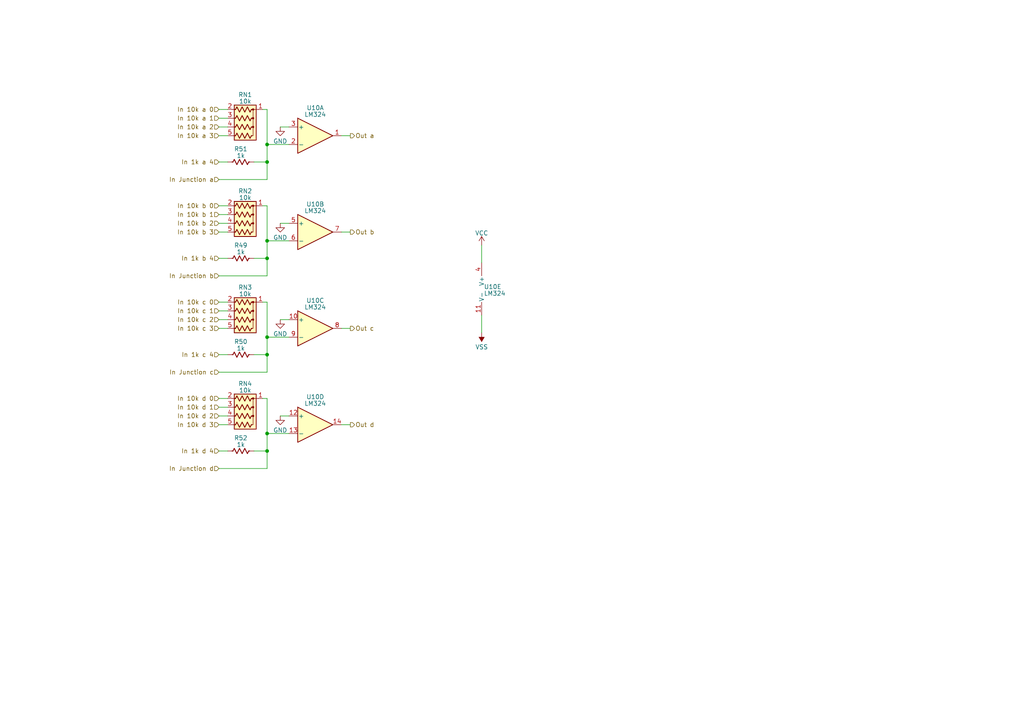
<source format=kicad_sch>
(kicad_sch (version 20230121) (generator eeschema)
  (paper "A4")
  (title_block (title "Inverting Summer with 4x10k + 1x1k + SJ") (date "2023-03-08") (company "Out-of-Band Development") (comment 1 "Matthew Whited"))
  (lib_symbols
    (symbol "Amplifier_Operational:LM324" (pin_names (offset 0.127))
      (property "Reference" "U" (at 0 5.08 0))
      (property "Value" "LM324" (at 0 -5.08 0))
      (symbol "LM324_1_1"
        (polyline (pts (xy -5.08 5.08) (xy 5.08 0) (xy -5.08 -5.08) (xy -5.08 5.08)) (stroke (width 0.254)) (fill (type background)))
        (pin output line (at 7.62 0 180) (length 2.54) (name "~") (number "1"))
        (pin input line (at -7.62 -2.54 0) (length 2.54) (name "-") (number "2"))
        (pin input line (at -7.62 2.54 0) (length 2.54) (name "+") (number "3"))
      )
      (symbol "LM324_2_1"
        (polyline (pts (xy -5.08 5.08) (xy 5.08 0) (xy -5.08 -5.08) (xy -5.08 5.08)) (stroke (width 0.254)) (fill (type background)))
        (pin input line (at -7.62 2.54 0) (length 2.54) (name "+") (number "5"))
        (pin input line (at -7.62 -2.54 0) (length 2.54) (name "-") (number "6"))
        (pin output line (at 7.62 0 180) (length 2.54) (name "~") (number "7"))
      )
      (symbol "LM324_3_1"
        (polyline (pts (xy -5.08 5.08) (xy 5.08 0) (xy -5.08 -5.08) (xy -5.08 5.08)) (stroke (width 0.254)) (fill (type background)))
        (pin input line (at -7.62 2.54 0) (length 2.54) (name "+") (number "10"))
        (pin output line (at 7.62 0 180) (length 2.54) (name "~") (number "8"))
        (pin input line (at -7.62 -2.54 0) (length 2.54) (name "-") (number "9"))
      )
      (symbol "LM324_4_1"
        (polyline (pts (xy -5.08 5.08) (xy 5.08 0) (xy -5.08 -5.08) (xy -5.08 5.08)) (stroke (width 0.254)) (fill (type background)))
        (pin input line (at -7.62 2.54 0) (length 2.54) (name "+") (number "12"))
        (pin input line (at -7.62 -2.54 0) (length 2.54) (name "-") (number "13"))
        (pin output line (at 7.62 0 180) (length 2.54) (name "~") (number "14"))
      )
      (symbol "LM324_5_1"
        (pin power_in line (at -2.54 -7.62 90) (length 3.81) (name "V-") (number "11"))
        (pin power_in line (at -2.54 7.62 270) (length 3.81) (name "V+") (number "4"))
      )
    )
    (symbol "PCM_Resistor_US_AKL:R_Box_L8.4mm_W2.5mm_P5.08mm" (pin_numbers hide) (pin_names (offset 0))
      (property "Reference" "R" (at 2.54 1.27 0))
      (property "Value" "R_Box_L8.4mm_W2.5mm_P5.08mm" (at 2.54 -1.27 0))
      (symbol "R_Box_L8.4mm_W2.5mm_P5.08mm_0_1"
        (polyline (pts (xy 0 -2.286) (xy 0 -2.54)) (stroke (width 0.254)))
        (polyline (pts (xy 0 2.286) (xy 0 2.54)) (stroke (width 0.254)))
        (polyline (pts (xy 0 2.286) (xy 0.762 1.905) (xy -0.762 1.143) (xy 0 0.762) (xy 0.762 0.381) (xy 0 0) (xy -0.762 -0.381) (xy 0 -0.762) (xy 0.762 -1.143) (xy 0 -1.524) (xy -0.762 -1.905) (xy 0 -2.286)) (stroke (width 0.254)))
      )
      (symbol "R_Box_L8.4mm_W2.5mm_P5.08mm_1_1"
        (pin passive line (at 0 3.81 270) (length 1.27) (name "~") (number "1"))
        (pin passive line (at 0 -3.81 90) (length 1.27) (name "~") (number "2"))
      )
    )
    (symbol "PCM_Resistor_US_AKL:R_Bussed_SIP-5" (pin_names (offset 0.002) hide)
      (property "Reference" "RN" (at 5.08 1.27 0))
      (property "Value" "R_Bussed_SIP-5" (at 5.08 -1.27 0))
      (symbol "R_Bussed_SIP-5_0_1"
        (rectangle (start -6.35 -3.175) (end 3.81 3.175) (stroke (width 0.254)) (fill (type background)))
        (circle (center -5.08 2.286) (radius 0.254) (fill (type outline)))
        (circle (center -2.54 2.286) (radius 0.254) (fill (type outline)))
        (polyline (pts (xy -5.08 -2.794) (xy -5.08 -3.81)))
        (polyline (pts (xy -5.08 -2.794) (xy -5.08 -3.048)) (stroke (width 0.254)))
        (polyline (pts (xy -5.08 1.778) (xy -5.08 2.032)) (stroke (width 0.254)))
        (polyline (pts (xy -5.08 3.81) (xy -5.08 2.54)))
        (polyline (pts (xy -2.54 -2.794) (xy -2.54 -3.81)))
        (polyline (pts (xy -2.54 -2.794) (xy -2.54 -3.048)) (stroke (width 0.254)))
        (polyline (pts (xy -2.54 1.778) (xy -2.54 2.032)) (stroke (width 0.254)))
        (polyline (pts (xy 0 -2.794) (xy 0 -3.81)))
        (polyline (pts (xy 0 -2.794) (xy 0 -3.048)) (stroke (width 0.254)))
        (polyline (pts (xy 0 1.778) (xy 0 2.032)) (stroke (width 0.254)))
        (polyline (pts (xy 2.54 -2.794) (xy 2.54 -3.81)))
        (polyline (pts (xy 2.54 -2.794) (xy 2.54 -3.048)) (stroke (width 0.254)))
        (polyline (pts (xy 2.54 1.778) (xy 2.54 2.032)) (stroke (width 0.254)))
        (polyline (pts (xy -5.08 1.778) (xy -5.08 2.286) (xy -2.54 2.286) (xy -2.54 1.778)))
        (polyline (pts (xy -2.54 1.778) (xy -2.54 2.286) (xy 0 2.286) (xy 0 1.778)))
        (polyline (pts (xy 0 1.778) (xy 0 2.286) (xy 2.54 2.286) (xy 2.54 1.778)))
        (polyline (pts (xy -5.08 1.778) (xy -4.318 1.397) (xy -5.842 0.635) (xy -5.08 0.254) (xy -4.318 -0.127) (xy -5.08 -0.508) (xy -5.842 -0.889) (xy -5.08 -1.27) (xy -4.318 -1.651) (xy -5.08 -2.032) (xy -5.842 -2.413) (xy -5.08 -2.794)) (stroke (width 0.254)))
        (polyline (pts (xy -2.54 1.778) (xy -1.778 1.397) (xy -3.302 0.635) (xy -2.54 0.254) (xy -1.778 -0.127) (xy -2.54 -0.508) (xy -3.302 -0.889) (xy -2.54 -1.27) (xy -1.778 -1.651) (xy -2.54 -2.032) (xy -3.302 -2.413) (xy -2.54 -2.794)) (stroke (width 0.254)))
        (polyline (pts (xy 0 1.778) (xy 0.762 1.397) (xy -0.762 0.635) (xy 0 0.254) (xy 0.762 -0.127) (xy 0 -0.508) (xy -0.762 -0.889) (xy 0 -1.27) (xy 0.762 -1.651) (xy 0 -2.032) (xy -0.762 -2.413) (xy 0 -2.794)) (stroke (width 0.254)))
        (polyline (pts (xy 2.54 1.778) (xy 3.302 1.397) (xy 1.778 0.635) (xy 2.54 0.254) (xy 3.302 -0.127) (xy 2.54 -0.508) (xy 1.778 -0.889) (xy 2.54 -1.27) (xy 3.302 -1.651) (xy 2.54 -2.032) (xy 1.778 -2.413) (xy 2.54 -2.794)) (stroke (width 0.254)))
        (circle (center 0 2.286) (radius 0.254) (fill (type outline)))
      )
      (symbol "R_Bussed_SIP-5_1_1"
        (pin passive line (at -5.08 5.08 270) (length 1.27) (name "common") (number "1"))
        (pin passive line (at -5.08 -5.08 90) (length 1.27) (name "R1") (number "2"))
        (pin passive line (at -2.54 -5.08 90) (length 1.27) (name "R2") (number "3"))
        (pin passive line (at 0 -5.08 90) (length 1.27) (name "R3") (number "4"))
        (pin passive line (at 2.54 -5.08 90) (length 1.27) (name "R4") (number "5"))
      )
    )
    (symbol "power:GND" (power) (pin_names (offset 0))
      (property "Value" "GND" (at 0 -3.81 0))
      (symbol "GND_0_1"
        (polyline (pts (xy 0 0) (xy 0 -1.27) (xy 1.27 -1.27) (xy 0 -2.54) (xy -1.27 -1.27) (xy 0 -1.27)))
      )
      (symbol "GND_1_1"
        (pin power_in line (at 0 0 270) (length 0) hide (name "GND") (number "1"))
      )
    )
    (symbol "power:VCC" (power) (pin_names (offset 0))
      (property "Value" "VCC" (at 0 3.81 0))
      (symbol "VCC_0_1"
        (polyline (pts (xy -0.762 1.27) (xy 0 2.54)))
        (polyline (pts (xy 0 0) (xy 0 2.54)))
        (polyline (pts (xy 0 2.54) (xy 0.762 1.27)))
      )
      (symbol "VCC_1_1"
        (pin power_in line (at 0 0 90) (length 0) hide (name "VCC") (number "1"))
      )
    )
    (symbol "power:VSS" (power) (pin_names (offset 0))
      (property "Value" "VSS" (at 0 3.81 0))
      (symbol "VSS_0_1"
        (polyline (pts (xy 0 0) (xy 0 2.54)))
        (polyline (pts (xy 0.762 1.27) (xy -0.762 1.27) (xy 0 2.54) (xy 0.762 1.27)) (fill (type outline)))
      )
      (symbol "VSS_1_1"
        (pin power_in line (at 0 0 90) (length 0) hide (name "VSS") (number "1"))
      )
    )
  )
  (junction (at 77.47 97.79))
  (junction (at 77.47 102.87))
  (junction (at 77.47 41.91))
  (junction (at 77.47 46.99))
  (junction (at 77.47 69.85))
  (junction (at 77.47 74.93))
  (junction (at 77.47 130.81))
  (junction (at 77.47 125.73))
  (wire (pts (xy 77.47 97.79) (xy 77.47 87.63)))
  (wire (pts (xy 77.47 52.07) (xy 77.47 46.99)))
  (wire (pts (xy 81.28 36.83) (xy 83.82 36.83)))
  (wire (pts (xy 99.06 67.31) (xy 101.6 67.31)))
  (wire (pts (xy 63.5 95.25) (xy 66.04 95.25)))
  (wire (pts (xy 63.5 34.29) (xy 66.04 34.29)))
  (wire (pts (xy 63.5 135.89) (xy 77.47 135.89)))
  (wire (pts (xy 77.47 130.81) (xy 77.47 125.73)))
  (wire (pts (xy 63.5 62.23) (xy 66.04 62.23)))
  (wire (pts (xy 63.5 118.11) (xy 66.04 118.11)))
  (wire (pts (xy 63.5 80.01) (xy 77.47 80.01)))
  (wire (pts (xy 63.5 74.93) (xy 66.04 74.93)))
  (wire (pts (xy 77.47 46.99) (xy 77.47 41.91)))
  (wire (pts (xy 77.47 125.73) (xy 77.47 115.57)))
  (wire (pts (xy 99.06 39.37) (xy 101.6 39.37)))
  (wire (pts (xy 63.5 52.07) (xy 77.47 52.07)))
  (wire (pts (xy 63.5 92.71) (xy 66.04 92.71)))
  (wire (pts (xy 81.28 64.77) (xy 83.82 64.77)))
  (wire (pts (xy 73.66 102.87) (xy 77.47 102.87)))
  (wire (pts (xy 63.5 39.37) (xy 66.04 39.37)))
  (wire (pts (xy 83.82 69.85) (xy 77.47 69.85)))
  (wire (pts (xy 77.47 41.91) (xy 77.47 31.75)))
  (wire (pts (xy 77.47 135.89) (xy 77.47 130.81)))
  (wire (pts (xy 77.47 107.95) (xy 77.47 102.87)))
  (wire (pts (xy 63.5 87.63) (xy 66.04 87.63)))
  (wire (pts (xy 99.06 123.19) (xy 101.6 123.19)))
  (wire (pts (xy 63.5 123.19) (xy 66.04 123.19)))
  (wire (pts (xy 77.47 102.87) (xy 77.47 97.79)))
  (wire (pts (xy 63.5 67.31) (xy 66.04 67.31)))
  (wire (pts (xy 83.82 125.73) (xy 77.47 125.73)))
  (wire (pts (xy 139.7 71.12) (xy 139.7 76.2)))
  (wire (pts (xy 63.5 36.83) (xy 66.04 36.83)))
  (wire (pts (xy 73.66 74.93) (xy 77.47 74.93)))
  (wire (pts (xy 63.5 102.87) (xy 66.04 102.87)))
  (wire (pts (xy 77.47 80.01) (xy 77.47 74.93)))
  (wire (pts (xy 77.47 69.85) (xy 77.47 59.69)))
  (wire (pts (xy 63.5 59.69) (xy 66.04 59.69)))
  (wire (pts (xy 63.5 31.75) (xy 66.04 31.75)))
  (wire (pts (xy 77.47 59.69) (xy 76.2 59.69)))
  (wire (pts (xy 63.5 130.81) (xy 66.04 130.81)))
  (wire (pts (xy 63.5 120.65) (xy 66.04 120.65)))
  (wire (pts (xy 81.28 92.71) (xy 83.82 92.71)))
  (wire (pts (xy 63.5 90.17) (xy 66.04 90.17)))
  (wire (pts (xy 63.5 46.99) (xy 66.04 46.99)))
  (wire (pts (xy 77.47 74.93) (xy 77.47 69.85)))
  (wire (pts (xy 83.82 97.79) (xy 77.47 97.79)))
  (wire (pts (xy 73.66 46.99) (xy 77.47 46.99)))
  (wire (pts (xy 77.47 87.63) (xy 76.2 87.63)))
  (wire (pts (xy 63.5 115.57) (xy 66.04 115.57)))
  (wire (pts (xy 77.47 115.57) (xy 76.2 115.57)))
  (wire (pts (xy 81.28 120.65) (xy 83.82 120.65)))
  (wire (pts (xy 73.66 130.81) (xy 77.47 130.81)))
  (wire (pts (xy 139.7 91.44) (xy 139.7 96.52)))
  (wire (pts (xy 77.47 31.75) (xy 76.2 31.75)))
  (wire (pts (xy 99.06 95.25) (xy 101.6 95.25)))
  (wire (pts (xy 83.82 41.91) (xy 77.47 41.91)))
  (wire (pts (xy 63.5 64.77) (xy 66.04 64.77)))
  (wire (pts (xy 63.5 107.95) (xy 77.47 107.95)))
  (hierarchical_label "In 10k a 0" (shape input) (at 63.5 31.75 180))
  (hierarchical_label "In 1k a 4" (shape input) (at 63.5 46.99 180))
  (hierarchical_label "In 10k a 1" (shape input) (at 63.5 34.29 180))
  (hierarchical_label "Out d" (shape output) (at 101.6 123.19 0))
  (hierarchical_label "In 10k c 0" (shape input) (at 63.5 87.63 180))
  (hierarchical_label "Out c" (shape output) (at 101.6 95.25 0))
  (hierarchical_label "In Junction a" (shape input) (at 63.5 52.07 180))
  (hierarchical_label "In 10k d 2" (shape input) (at 63.5 120.65 180))
  (hierarchical_label "In 10k c 1" (shape input) (at 63.5 90.17 180))
  (hierarchical_label "In Junction d" (shape input) (at 63.5 135.89 180))
  (hierarchical_label "In 10k d 1" (shape input) (at 63.5 118.11 180))
  (hierarchical_label "In 10k d 0" (shape input) (at 63.5 115.57 180))
  (hierarchical_label "In 10k a 2" (shape input) (at 63.5 36.83 180))
  (hierarchical_label "In 10k a 3" (shape input) (at 63.5 39.37 180))
  (hierarchical_label "In 10k c 3" (shape input) (at 63.5 95.25 180))
  (hierarchical_label "Out b" (shape output) (at 101.6 67.31 0))
  (hierarchical_label "In 10k b 1" (shape input) (at 63.5 62.23 180))
  (hierarchical_label "In 10k d 3" (shape input) (at 63.5 123.19 180))
  (hierarchical_label "In Junction b" (shape input) (at 63.5 80.01 180))
  (hierarchical_label "In 1k c 4" (shape input) (at 63.5 102.87 180))
  (hierarchical_label "In 10k c 2" (shape input) (at 63.5 92.71 180))
  (hierarchical_label "Out a" (shape output) (at 101.6 39.37 0))
  (hierarchical_label "In 10k b 3" (shape input) (at 63.5 67.31 180))
  (hierarchical_label "In 1k d 4" (shape input) (at 63.5 130.81 180))
  (hierarchical_label "In 10k b 0" (shape input) (at 63.5 59.69 180))
  (hierarchical_label "In 10k b 2" (shape input) (at 63.5 64.77 180))
  (hierarchical_label "In 1k b 4" (shape input) (at 63.5 74.93 180))
  (hierarchical_label "In Junction c" (shape input) (at 63.5 107.95 180))
  (symbol (lib_id "PCM_Resistor_US_AKL:R_Box_L8.4mm_W2.5mm_P5.08mm") (at 69.85 130.81 90) (unit 1)
    (property "Reference" "R52" (at 69.85 127.0381 90))
    (property "Value" "1k" (at 69.85 128.9591 90))
    (property "Footprint" "Resistor_THT:R_Axial_DIN0204_L3.6mm_D1.6mm_P2.54mm_Vertical" (effects hide))
  )
  (symbol (lib_id "Amplifier_Operational:LM324") (at 91.44 67.31 0) (unit 2)
    (property "Reference" "U10" (at 91.44 59.2201 0))
    (property "Value" "LM324" (at 91.44 61.1411 0))
    (property "Footprint" "Package_DIP:DIP-14_W7.62mm_Socket" (effects hide))
    (property "Datasheet" "http://www.ti.com/lit/ds/symlink/lm2902-n.pdf" (effects hide))
  )
  (symbol (lib_id "Amplifier_Operational:LM324") (at 91.44 123.19 0) (unit 4)
    (property "Reference" "U10" (at 91.44 115.1001 0))
    (property "Value" "LM324" (at 91.44 117.0211 0))
    (property "Footprint" "Package_DIP:DIP-14_W7.62mm_Socket" (effects hide))
    (property "Datasheet" "http://www.ti.com/lit/ds/symlink/lm2902-n.pdf" (effects hide))
  )
  (symbol (lib_id "PCM_Resistor_US_AKL:R_Bussed_SIP-5") (at 71.12 64.77 270) (unit 1)
    (property "Reference" "RN2" (at 71.12 55.4101 90))
    (property "Value" "10k" (at 71.12 57.3311 90))
    (property "Footprint" "Resistor_THT:R_Array_SIP5" (effects hide))
  )
  (symbol (lib_id "PCM_Resistor_US_AKL:R_Bussed_SIP-5") (at 71.12 120.65 270) (unit 1)
    (property "Reference" "RN4" (at 71.12 111.2901 90))
    (property "Value" "10k" (at 71.12 113.2111 90))
    (property "Footprint" "Resistor_THT:R_Array_SIP5" (effects hide))
  )
  (symbol (lib_id "power:GND") (at 81.28 36.83 0) (unit 1)
    (property "Reference" "#PWR031" (effects hide))
    (property "Value" "GND" (at 81.28 40.9655 0))
  )
  (symbol (lib_id "PCM_Resistor_US_AKL:R_Box_L8.4mm_W2.5mm_P5.08mm") (at 69.85 46.99 90) (unit 1)
    (property "Reference" "R51" (at 69.85 43.2181 90))
    (property "Value" "1k" (at 69.85 45.1391 90))
    (property "Footprint" "Resistor_THT:R_Axial_DIN0204_L3.6mm_D1.6mm_P2.54mm_Vertical" (effects hide))
  )
  (symbol (lib_id "power:GND") (at 81.28 92.71 0) (unit 1)
    (property "Reference" "#PWR033" (effects hide))
    (property "Value" "GND" (at 81.28 96.8455 0))
  )
  (symbol (lib_id "power:VCC") (at 139.7 71.12 0) (unit 1)
    (property "Reference" "#PWR035" (effects hide))
    (property "Value" "VCC" (at 139.7 67.6181 0))
  )
  (symbol (lib_id "PCM_Resistor_US_AKL:R_Bussed_SIP-5") (at 71.12 36.83 270) (unit 1)
    (property "Reference" "RN1" (at 71.12 27.4701 90))
    (property "Value" "10k" (at 71.12 29.3911 90))
    (property "Footprint" "Resistor_THT:R_Array_SIP5" (effects hide))
  )
  (symbol (lib_id "PCM_Resistor_US_AKL:R_Bussed_SIP-5") (at 71.12 92.71 270) (unit 1)
    (property "Reference" "RN3" (at 71.12 83.3501 90))
    (property "Value" "10k" (at 71.12 85.2711 90))
    (property "Footprint" "Resistor_THT:R_Array_SIP5" (effects hide))
  )
  (symbol (lib_id "PCM_Resistor_US_AKL:R_Box_L8.4mm_W2.5mm_P5.08mm") (at 69.85 102.87 90) (unit 1)
    (property "Reference" "R50" (at 69.85 99.0981 90))
    (property "Value" "1k" (at 69.85 101.0191 90))
    (property "Footprint" "Resistor_THT:R_Axial_DIN0204_L3.6mm_D1.6mm_P2.54mm_Vertical" (effects hide))
  )
  (symbol (lib_id "power:GND") (at 81.28 120.65 0) (unit 1)
    (property "Reference" "#PWR034" (effects hide))
    (property "Value" "GND" (at 81.28 124.7855 0))
  )
  (symbol (lib_id "PCM_Resistor_US_AKL:R_Box_L8.4mm_W2.5mm_P5.08mm") (at 69.85 74.93 90) (unit 1)
    (property "Reference" "R49" (at 69.85 71.1581 90))
    (property "Value" "1k" (at 69.85 73.0791 90))
    (property "Footprint" "Resistor_THT:R_Axial_DIN0204_L3.6mm_D1.6mm_P2.54mm_Vertical" (effects hide))
  )
  (symbol (lib_id "power:VSS") (at 139.7 96.52 180) (unit 1)
    (property "Reference" "#PWR036" (effects hide))
    (property "Value" "VSS" (at 139.7 100.6555 0))
  )
  (symbol (lib_id "Amplifier_Operational:LM324") (at 91.44 95.25 0) (unit 3)
    (property "Reference" "U10" (at 91.44 87.1601 0))
    (property "Value" "LM324" (at 91.44 89.0811 0))
    (property "Footprint" "Package_DIP:DIP-14_W7.62mm_Socket" (effects hide))
    (property "Datasheet" "http://www.ti.com/lit/ds/symlink/lm2902-n.pdf" (effects hide))
  )
  (symbol (lib_id "Amplifier_Operational:LM324") (at 142.24 83.82 0) (unit 5)
    (property "Reference" "U10" (at 140.335 83.1763 0) (effects (justify left)))
    (property "Value" "LM324" (at 140.335 85.0973 0) (effects (justify left)))
    (property "Footprint" "Package_DIP:DIP-14_W7.62mm_Socket" (effects hide))
    (property "Datasheet" "http://www.ti.com/lit/ds/symlink/lm2902-n.pdf" (effects hide))
  )
  (symbol (lib_id "Amplifier_Operational:LM324") (at 91.44 39.37 0) (unit 1)
    (property "Reference" "U10" (at 91.44 31.2801 0))
    (property "Value" "LM324" (at 91.44 33.2011 0))
    (property "Footprint" "Package_DIP:DIP-14_W7.62mm_Socket" (effects hide))
    (property "Datasheet" "http://www.ti.com/lit/ds/symlink/lm2902-n.pdf" (effects hide))
  )
  (symbol (lib_id "power:GND") (at 81.28 64.77 0) (unit 1)
    (property "Reference" "#PWR032" (effects hide))
    (property "Value" "GND" (at 81.28 68.9055 0))
  )
)
</source>
